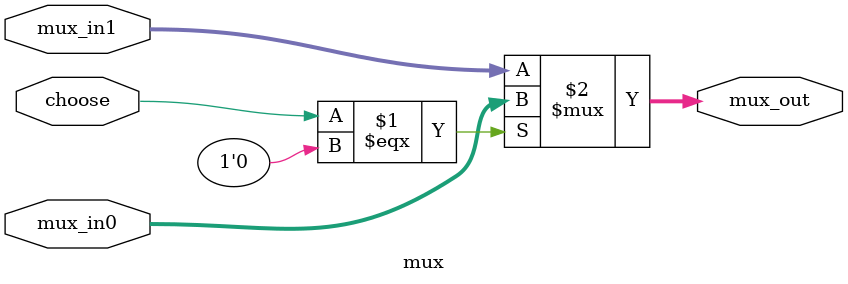
<source format=v>


`define false 1'b 0
`define FALSE 1'b 0
`define true 1'b 1
`define TRUE 1'b 1

`timescale 1 ns / 1 ns // timescale for following modules


module mux (
   mux_in0,
   mux_in1,
   choose,
   mux_out);
 
parameter N = 17;

input   [N - 1:0] mux_in0; 
input   [N - 1:0] mux_in1; 
input   choose; 
output   [N - 1:0] mux_out; 

wire    [N - 1:0] mux_out; 

assign mux_out = choose === 1'b 0 ? mux_in0 : 
	mux_in1; 

endmodule // module mux


</source>
